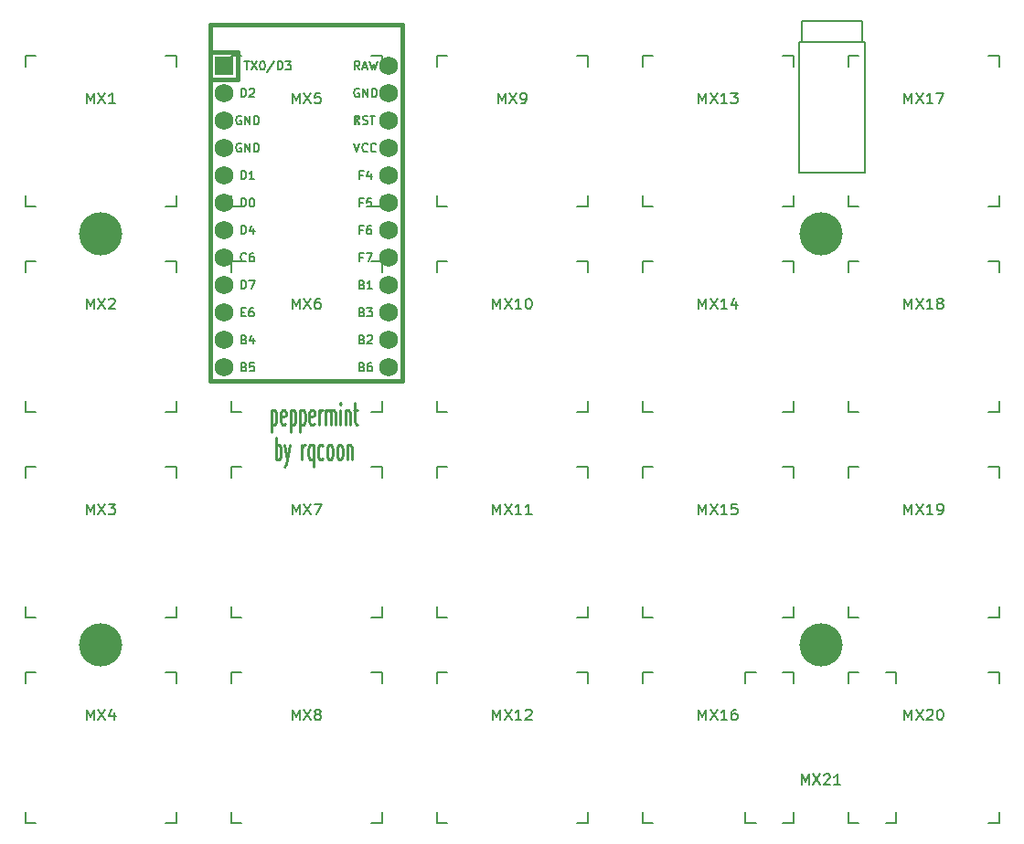
<source format=gbr>
%TF.GenerationSoftware,KiCad,Pcbnew,5.99.0-1.20211029git63d4d84.fc34*%
%TF.CreationDate,2021-10-30T18:32:49+11:00*%
%TF.ProjectId,peppermint,70657070-6572-46d6-996e-742e6b696361,rev?*%
%TF.SameCoordinates,Original*%
%TF.FileFunction,Legend,Top*%
%TF.FilePolarity,Positive*%
%FSLAX46Y46*%
G04 Gerber Fmt 4.6, Leading zero omitted, Abs format (unit mm)*
G04 Created by KiCad (PCBNEW 5.99.0-1.20211029git63d4d84.fc34) date 2021-10-30 18:32:49*
%MOMM*%
%LPD*%
G01*
G04 APERTURE LIST*
%ADD10C,0.250000*%
%ADD11C,0.150000*%
%ADD12C,0.381000*%
%ADD13C,4.000000*%
%ADD14R,1.752600X1.752600*%
%ADD15C,1.752600*%
G04 APERTURE END LIST*
D10*
X57071428Y-90961428D02*
X57071428Y-92961428D01*
X57071428Y-91056666D02*
X57166666Y-90961428D01*
X57357142Y-90961428D01*
X57452380Y-91056666D01*
X57500000Y-91151904D01*
X57547619Y-91342380D01*
X57547619Y-91913809D01*
X57500000Y-92104285D01*
X57452380Y-92199523D01*
X57357142Y-92294761D01*
X57166666Y-92294761D01*
X57071428Y-92199523D01*
X58357142Y-92199523D02*
X58261904Y-92294761D01*
X58071428Y-92294761D01*
X57976190Y-92199523D01*
X57928571Y-92009047D01*
X57928571Y-91247142D01*
X57976190Y-91056666D01*
X58071428Y-90961428D01*
X58261904Y-90961428D01*
X58357142Y-91056666D01*
X58404761Y-91247142D01*
X58404761Y-91437619D01*
X57928571Y-91628095D01*
X58833333Y-90961428D02*
X58833333Y-92961428D01*
X58833333Y-91056666D02*
X58928571Y-90961428D01*
X59119047Y-90961428D01*
X59214285Y-91056666D01*
X59261904Y-91151904D01*
X59309523Y-91342380D01*
X59309523Y-91913809D01*
X59261904Y-92104285D01*
X59214285Y-92199523D01*
X59119047Y-92294761D01*
X58928571Y-92294761D01*
X58833333Y-92199523D01*
X59738095Y-90961428D02*
X59738095Y-92961428D01*
X59738095Y-91056666D02*
X59833333Y-90961428D01*
X60023809Y-90961428D01*
X60119047Y-91056666D01*
X60166666Y-91151904D01*
X60214285Y-91342380D01*
X60214285Y-91913809D01*
X60166666Y-92104285D01*
X60119047Y-92199523D01*
X60023809Y-92294761D01*
X59833333Y-92294761D01*
X59738095Y-92199523D01*
X61023809Y-92199523D02*
X60928571Y-92294761D01*
X60738095Y-92294761D01*
X60642857Y-92199523D01*
X60595238Y-92009047D01*
X60595238Y-91247142D01*
X60642857Y-91056666D01*
X60738095Y-90961428D01*
X60928571Y-90961428D01*
X61023809Y-91056666D01*
X61071428Y-91247142D01*
X61071428Y-91437619D01*
X60595238Y-91628095D01*
X61500000Y-92294761D02*
X61500000Y-90961428D01*
X61500000Y-91342380D02*
X61547619Y-91151904D01*
X61595238Y-91056666D01*
X61690476Y-90961428D01*
X61785714Y-90961428D01*
X62119047Y-92294761D02*
X62119047Y-90961428D01*
X62119047Y-91151904D02*
X62166666Y-91056666D01*
X62261904Y-90961428D01*
X62404761Y-90961428D01*
X62500000Y-91056666D01*
X62547619Y-91247142D01*
X62547619Y-92294761D01*
X62547619Y-91247142D02*
X62595238Y-91056666D01*
X62690476Y-90961428D01*
X62833333Y-90961428D01*
X62928571Y-91056666D01*
X62976190Y-91247142D01*
X62976190Y-92294761D01*
X63452380Y-92294761D02*
X63452380Y-90961428D01*
X63452380Y-90294761D02*
X63404761Y-90390000D01*
X63452380Y-90485238D01*
X63500000Y-90390000D01*
X63452380Y-90294761D01*
X63452380Y-90485238D01*
X63928571Y-90961428D02*
X63928571Y-92294761D01*
X63928571Y-91151904D02*
X63976190Y-91056666D01*
X64071428Y-90961428D01*
X64214285Y-90961428D01*
X64309523Y-91056666D01*
X64357142Y-91247142D01*
X64357142Y-92294761D01*
X64690476Y-90961428D02*
X65071428Y-90961428D01*
X64833333Y-90294761D02*
X64833333Y-92009047D01*
X64880952Y-92199523D01*
X64976190Y-92294761D01*
X65071428Y-92294761D01*
X57476190Y-95514761D02*
X57476190Y-93514761D01*
X57476190Y-94276666D02*
X57571428Y-94181428D01*
X57761904Y-94181428D01*
X57857142Y-94276666D01*
X57904761Y-94371904D01*
X57952380Y-94562380D01*
X57952380Y-95133809D01*
X57904761Y-95324285D01*
X57857142Y-95419523D01*
X57761904Y-95514761D01*
X57571428Y-95514761D01*
X57476190Y-95419523D01*
X58285714Y-94181428D02*
X58523809Y-95514761D01*
X58761904Y-94181428D02*
X58523809Y-95514761D01*
X58428571Y-95990952D01*
X58380952Y-96086190D01*
X58285714Y-96181428D01*
X59904761Y-95514761D02*
X59904761Y-94181428D01*
X59904761Y-94562380D02*
X59952380Y-94371904D01*
X60000000Y-94276666D01*
X60095238Y-94181428D01*
X60190476Y-94181428D01*
X60952380Y-94181428D02*
X60952380Y-96181428D01*
X60952380Y-95419523D02*
X60857142Y-95514761D01*
X60666666Y-95514761D01*
X60571428Y-95419523D01*
X60523809Y-95324285D01*
X60476190Y-95133809D01*
X60476190Y-94562380D01*
X60523809Y-94371904D01*
X60571428Y-94276666D01*
X60666666Y-94181428D01*
X60857142Y-94181428D01*
X60952380Y-94276666D01*
X61857142Y-95419523D02*
X61761904Y-95514761D01*
X61571428Y-95514761D01*
X61476190Y-95419523D01*
X61428571Y-95324285D01*
X61380952Y-95133809D01*
X61380952Y-94562380D01*
X61428571Y-94371904D01*
X61476190Y-94276666D01*
X61571428Y-94181428D01*
X61761904Y-94181428D01*
X61857142Y-94276666D01*
X62428571Y-95514761D02*
X62333333Y-95419523D01*
X62285714Y-95324285D01*
X62238095Y-95133809D01*
X62238095Y-94562380D01*
X62285714Y-94371904D01*
X62333333Y-94276666D01*
X62428571Y-94181428D01*
X62571428Y-94181428D01*
X62666666Y-94276666D01*
X62714285Y-94371904D01*
X62761904Y-94562380D01*
X62761904Y-95133809D01*
X62714285Y-95324285D01*
X62666666Y-95419523D01*
X62571428Y-95514761D01*
X62428571Y-95514761D01*
X63333333Y-95514761D02*
X63238095Y-95419523D01*
X63190476Y-95324285D01*
X63142857Y-95133809D01*
X63142857Y-94562380D01*
X63190476Y-94371904D01*
X63238095Y-94276666D01*
X63333333Y-94181428D01*
X63476190Y-94181428D01*
X63571428Y-94276666D01*
X63619047Y-94371904D01*
X63666666Y-94562380D01*
X63666666Y-95133809D01*
X63619047Y-95324285D01*
X63571428Y-95419523D01*
X63476190Y-95514761D01*
X63333333Y-95514761D01*
X64095238Y-94181428D02*
X64095238Y-95514761D01*
X64095238Y-94371904D02*
X64142857Y-94276666D01*
X64238095Y-94181428D01*
X64380952Y-94181428D01*
X64476190Y-94276666D01*
X64523809Y-94467142D01*
X64523809Y-95514761D01*
D11*
%TO.C,MX20*%
X115713095Y-119689880D02*
X115713095Y-118689880D01*
X116046428Y-119404166D01*
X116379761Y-118689880D01*
X116379761Y-119689880D01*
X116760714Y-118689880D02*
X117427380Y-119689880D01*
X117427380Y-118689880D02*
X116760714Y-119689880D01*
X117760714Y-118785119D02*
X117808333Y-118737500D01*
X117903571Y-118689880D01*
X118141666Y-118689880D01*
X118236904Y-118737500D01*
X118284523Y-118785119D01*
X118332142Y-118880357D01*
X118332142Y-118975595D01*
X118284523Y-119118452D01*
X117713095Y-119689880D01*
X118332142Y-119689880D01*
X118951190Y-118689880D02*
X119046428Y-118689880D01*
X119141666Y-118737500D01*
X119189285Y-118785119D01*
X119236904Y-118880357D01*
X119284523Y-119070833D01*
X119284523Y-119308928D01*
X119236904Y-119499404D01*
X119189285Y-119594642D01*
X119141666Y-119642261D01*
X119046428Y-119689880D01*
X118951190Y-119689880D01*
X118855952Y-119642261D01*
X118808333Y-119594642D01*
X118760714Y-119499404D01*
X118713095Y-119308928D01*
X118713095Y-119070833D01*
X118760714Y-118880357D01*
X118808333Y-118785119D01*
X118855952Y-118737500D01*
X118951190Y-118689880D01*
%TO.C,MX16*%
X96663095Y-119689880D02*
X96663095Y-118689880D01*
X96996428Y-119404166D01*
X97329761Y-118689880D01*
X97329761Y-119689880D01*
X97710714Y-118689880D02*
X98377380Y-119689880D01*
X98377380Y-118689880D02*
X97710714Y-119689880D01*
X99282142Y-119689880D02*
X98710714Y-119689880D01*
X98996428Y-119689880D02*
X98996428Y-118689880D01*
X98901190Y-118832738D01*
X98805952Y-118927976D01*
X98710714Y-118975595D01*
X100139285Y-118689880D02*
X99948809Y-118689880D01*
X99853571Y-118737500D01*
X99805952Y-118785119D01*
X99710714Y-118927976D01*
X99663095Y-119118452D01*
X99663095Y-119499404D01*
X99710714Y-119594642D01*
X99758333Y-119642261D01*
X99853571Y-119689880D01*
X100044047Y-119689880D01*
X100139285Y-119642261D01*
X100186904Y-119594642D01*
X100234523Y-119499404D01*
X100234523Y-119261309D01*
X100186904Y-119166071D01*
X100139285Y-119118452D01*
X100044047Y-119070833D01*
X99853571Y-119070833D01*
X99758333Y-119118452D01*
X99710714Y-119166071D01*
X99663095Y-119261309D01*
%TO.C,MX15*%
X96663095Y-100639880D02*
X96663095Y-99639880D01*
X96996428Y-100354166D01*
X97329761Y-99639880D01*
X97329761Y-100639880D01*
X97710714Y-99639880D02*
X98377380Y-100639880D01*
X98377380Y-99639880D02*
X97710714Y-100639880D01*
X99282142Y-100639880D02*
X98710714Y-100639880D01*
X98996428Y-100639880D02*
X98996428Y-99639880D01*
X98901190Y-99782738D01*
X98805952Y-99877976D01*
X98710714Y-99925595D01*
X100186904Y-99639880D02*
X99710714Y-99639880D01*
X99663095Y-100116071D01*
X99710714Y-100068452D01*
X99805952Y-100020833D01*
X100044047Y-100020833D01*
X100139285Y-100068452D01*
X100186904Y-100116071D01*
X100234523Y-100211309D01*
X100234523Y-100449404D01*
X100186904Y-100544642D01*
X100139285Y-100592261D01*
X100044047Y-100639880D01*
X99805952Y-100639880D01*
X99710714Y-100592261D01*
X99663095Y-100544642D01*
%TO.C,MX19*%
X115713095Y-100639880D02*
X115713095Y-99639880D01*
X116046428Y-100354166D01*
X116379761Y-99639880D01*
X116379761Y-100639880D01*
X116760714Y-99639880D02*
X117427380Y-100639880D01*
X117427380Y-99639880D02*
X116760714Y-100639880D01*
X118332142Y-100639880D02*
X117760714Y-100639880D01*
X118046428Y-100639880D02*
X118046428Y-99639880D01*
X117951190Y-99782738D01*
X117855952Y-99877976D01*
X117760714Y-99925595D01*
X118808333Y-100639880D02*
X118998809Y-100639880D01*
X119094047Y-100592261D01*
X119141666Y-100544642D01*
X119236904Y-100401785D01*
X119284523Y-100211309D01*
X119284523Y-99830357D01*
X119236904Y-99735119D01*
X119189285Y-99687500D01*
X119094047Y-99639880D01*
X118903571Y-99639880D01*
X118808333Y-99687500D01*
X118760714Y-99735119D01*
X118713095Y-99830357D01*
X118713095Y-100068452D01*
X118760714Y-100163690D01*
X118808333Y-100211309D01*
X118903571Y-100258928D01*
X119094047Y-100258928D01*
X119189285Y-100211309D01*
X119236904Y-100163690D01*
X119284523Y-100068452D01*
%TO.C,MX2*%
X39989285Y-81589880D02*
X39989285Y-80589880D01*
X40322619Y-81304166D01*
X40655952Y-80589880D01*
X40655952Y-81589880D01*
X41036904Y-80589880D02*
X41703571Y-81589880D01*
X41703571Y-80589880D02*
X41036904Y-81589880D01*
X42036904Y-80685119D02*
X42084523Y-80637500D01*
X42179761Y-80589880D01*
X42417857Y-80589880D01*
X42513095Y-80637500D01*
X42560714Y-80685119D01*
X42608333Y-80780357D01*
X42608333Y-80875595D01*
X42560714Y-81018452D01*
X41989285Y-81589880D01*
X42608333Y-81589880D01*
%TO.C,MX11*%
X77613095Y-100639880D02*
X77613095Y-99639880D01*
X77946428Y-100354166D01*
X78279761Y-99639880D01*
X78279761Y-100639880D01*
X78660714Y-99639880D02*
X79327380Y-100639880D01*
X79327380Y-99639880D02*
X78660714Y-100639880D01*
X80232142Y-100639880D02*
X79660714Y-100639880D01*
X79946428Y-100639880D02*
X79946428Y-99639880D01*
X79851190Y-99782738D01*
X79755952Y-99877976D01*
X79660714Y-99925595D01*
X81184523Y-100639880D02*
X80613095Y-100639880D01*
X80898809Y-100639880D02*
X80898809Y-99639880D01*
X80803571Y-99782738D01*
X80708333Y-99877976D01*
X80613095Y-99925595D01*
%TO.C,MX3*%
X39989285Y-100639880D02*
X39989285Y-99639880D01*
X40322619Y-100354166D01*
X40655952Y-99639880D01*
X40655952Y-100639880D01*
X41036904Y-99639880D02*
X41703571Y-100639880D01*
X41703571Y-99639880D02*
X41036904Y-100639880D01*
X41989285Y-99639880D02*
X42608333Y-99639880D01*
X42275000Y-100020833D01*
X42417857Y-100020833D01*
X42513095Y-100068452D01*
X42560714Y-100116071D01*
X42608333Y-100211309D01*
X42608333Y-100449404D01*
X42560714Y-100544642D01*
X42513095Y-100592261D01*
X42417857Y-100639880D01*
X42132142Y-100639880D01*
X42036904Y-100592261D01*
X41989285Y-100544642D01*
%TO.C,MX4*%
X39989285Y-119689880D02*
X39989285Y-118689880D01*
X40322619Y-119404166D01*
X40655952Y-118689880D01*
X40655952Y-119689880D01*
X41036904Y-118689880D02*
X41703571Y-119689880D01*
X41703571Y-118689880D02*
X41036904Y-119689880D01*
X42513095Y-119023214D02*
X42513095Y-119689880D01*
X42275000Y-118642261D02*
X42036904Y-119356547D01*
X42655952Y-119356547D01*
%TO.C,MX14*%
X96663095Y-81589880D02*
X96663095Y-80589880D01*
X96996428Y-81304166D01*
X97329761Y-80589880D01*
X97329761Y-81589880D01*
X97710714Y-80589880D02*
X98377380Y-81589880D01*
X98377380Y-80589880D02*
X97710714Y-81589880D01*
X99282142Y-81589880D02*
X98710714Y-81589880D01*
X98996428Y-81589880D02*
X98996428Y-80589880D01*
X98901190Y-80732738D01*
X98805952Y-80827976D01*
X98710714Y-80875595D01*
X100139285Y-80923214D02*
X100139285Y-81589880D01*
X99901190Y-80542261D02*
X99663095Y-81256547D01*
X100282142Y-81256547D01*
%TO.C,MX17*%
X115713095Y-62539880D02*
X115713095Y-61539880D01*
X116046428Y-62254166D01*
X116379761Y-61539880D01*
X116379761Y-62539880D01*
X116760714Y-61539880D02*
X117427380Y-62539880D01*
X117427380Y-61539880D02*
X116760714Y-62539880D01*
X118332142Y-62539880D02*
X117760714Y-62539880D01*
X118046428Y-62539880D02*
X118046428Y-61539880D01*
X117951190Y-61682738D01*
X117855952Y-61777976D01*
X117760714Y-61825595D01*
X118665476Y-61539880D02*
X119332142Y-61539880D01*
X118903571Y-62539880D01*
%TO.C,MX9*%
X78089285Y-62539880D02*
X78089285Y-61539880D01*
X78422619Y-62254166D01*
X78755952Y-61539880D01*
X78755952Y-62539880D01*
X79136904Y-61539880D02*
X79803571Y-62539880D01*
X79803571Y-61539880D02*
X79136904Y-62539880D01*
X80232142Y-62539880D02*
X80422619Y-62539880D01*
X80517857Y-62492261D01*
X80565476Y-62444642D01*
X80660714Y-62301785D01*
X80708333Y-62111309D01*
X80708333Y-61730357D01*
X80660714Y-61635119D01*
X80613095Y-61587500D01*
X80517857Y-61539880D01*
X80327380Y-61539880D01*
X80232142Y-61587500D01*
X80184523Y-61635119D01*
X80136904Y-61730357D01*
X80136904Y-61968452D01*
X80184523Y-62063690D01*
X80232142Y-62111309D01*
X80327380Y-62158928D01*
X80517857Y-62158928D01*
X80613095Y-62111309D01*
X80660714Y-62063690D01*
X80708333Y-61968452D01*
%TO.C,MX12*%
X77613095Y-119689880D02*
X77613095Y-118689880D01*
X77946428Y-119404166D01*
X78279761Y-118689880D01*
X78279761Y-119689880D01*
X78660714Y-118689880D02*
X79327380Y-119689880D01*
X79327380Y-118689880D02*
X78660714Y-119689880D01*
X80232142Y-119689880D02*
X79660714Y-119689880D01*
X79946428Y-119689880D02*
X79946428Y-118689880D01*
X79851190Y-118832738D01*
X79755952Y-118927976D01*
X79660714Y-118975595D01*
X80613095Y-118785119D02*
X80660714Y-118737500D01*
X80755952Y-118689880D01*
X80994047Y-118689880D01*
X81089285Y-118737500D01*
X81136904Y-118785119D01*
X81184523Y-118880357D01*
X81184523Y-118975595D01*
X81136904Y-119118452D01*
X80565476Y-119689880D01*
X81184523Y-119689880D01*
%TO.C,MX8*%
X59039285Y-119689880D02*
X59039285Y-118689880D01*
X59372619Y-119404166D01*
X59705952Y-118689880D01*
X59705952Y-119689880D01*
X60086904Y-118689880D02*
X60753571Y-119689880D01*
X60753571Y-118689880D02*
X60086904Y-119689880D01*
X61277380Y-119118452D02*
X61182142Y-119070833D01*
X61134523Y-119023214D01*
X61086904Y-118927976D01*
X61086904Y-118880357D01*
X61134523Y-118785119D01*
X61182142Y-118737500D01*
X61277380Y-118689880D01*
X61467857Y-118689880D01*
X61563095Y-118737500D01*
X61610714Y-118785119D01*
X61658333Y-118880357D01*
X61658333Y-118927976D01*
X61610714Y-119023214D01*
X61563095Y-119070833D01*
X61467857Y-119118452D01*
X61277380Y-119118452D01*
X61182142Y-119166071D01*
X61134523Y-119213690D01*
X61086904Y-119308928D01*
X61086904Y-119499404D01*
X61134523Y-119594642D01*
X61182142Y-119642261D01*
X61277380Y-119689880D01*
X61467857Y-119689880D01*
X61563095Y-119642261D01*
X61610714Y-119594642D01*
X61658333Y-119499404D01*
X61658333Y-119308928D01*
X61610714Y-119213690D01*
X61563095Y-119166071D01*
X61467857Y-119118452D01*
%TO.C,MX6*%
X59039285Y-81589880D02*
X59039285Y-80589880D01*
X59372619Y-81304166D01*
X59705952Y-80589880D01*
X59705952Y-81589880D01*
X60086904Y-80589880D02*
X60753571Y-81589880D01*
X60753571Y-80589880D02*
X60086904Y-81589880D01*
X61563095Y-80589880D02*
X61372619Y-80589880D01*
X61277380Y-80637500D01*
X61229761Y-80685119D01*
X61134523Y-80827976D01*
X61086904Y-81018452D01*
X61086904Y-81399404D01*
X61134523Y-81494642D01*
X61182142Y-81542261D01*
X61277380Y-81589880D01*
X61467857Y-81589880D01*
X61563095Y-81542261D01*
X61610714Y-81494642D01*
X61658333Y-81399404D01*
X61658333Y-81161309D01*
X61610714Y-81066071D01*
X61563095Y-81018452D01*
X61467857Y-80970833D01*
X61277380Y-80970833D01*
X61182142Y-81018452D01*
X61134523Y-81066071D01*
X61086904Y-81161309D01*
%TO.C,MX10*%
X77613095Y-81589880D02*
X77613095Y-80589880D01*
X77946428Y-81304166D01*
X78279761Y-80589880D01*
X78279761Y-81589880D01*
X78660714Y-80589880D02*
X79327380Y-81589880D01*
X79327380Y-80589880D02*
X78660714Y-81589880D01*
X80232142Y-81589880D02*
X79660714Y-81589880D01*
X79946428Y-81589880D02*
X79946428Y-80589880D01*
X79851190Y-80732738D01*
X79755952Y-80827976D01*
X79660714Y-80875595D01*
X80851190Y-80589880D02*
X80946428Y-80589880D01*
X81041666Y-80637500D01*
X81089285Y-80685119D01*
X81136904Y-80780357D01*
X81184523Y-80970833D01*
X81184523Y-81208928D01*
X81136904Y-81399404D01*
X81089285Y-81494642D01*
X81041666Y-81542261D01*
X80946428Y-81589880D01*
X80851190Y-81589880D01*
X80755952Y-81542261D01*
X80708333Y-81494642D01*
X80660714Y-81399404D01*
X80613095Y-81208928D01*
X80613095Y-80970833D01*
X80660714Y-80780357D01*
X80708333Y-80685119D01*
X80755952Y-80637500D01*
X80851190Y-80589880D01*
%TO.C,MX5*%
X59039285Y-62539880D02*
X59039285Y-61539880D01*
X59372619Y-62254166D01*
X59705952Y-61539880D01*
X59705952Y-62539880D01*
X60086904Y-61539880D02*
X60753571Y-62539880D01*
X60753571Y-61539880D02*
X60086904Y-62539880D01*
X61610714Y-61539880D02*
X61134523Y-61539880D01*
X61086904Y-62016071D01*
X61134523Y-61968452D01*
X61229761Y-61920833D01*
X61467857Y-61920833D01*
X61563095Y-61968452D01*
X61610714Y-62016071D01*
X61658333Y-62111309D01*
X61658333Y-62349404D01*
X61610714Y-62444642D01*
X61563095Y-62492261D01*
X61467857Y-62539880D01*
X61229761Y-62539880D01*
X61134523Y-62492261D01*
X61086904Y-62444642D01*
%TO.C,MX18*%
X115713095Y-81589880D02*
X115713095Y-80589880D01*
X116046428Y-81304166D01*
X116379761Y-80589880D01*
X116379761Y-81589880D01*
X116760714Y-80589880D02*
X117427380Y-81589880D01*
X117427380Y-80589880D02*
X116760714Y-81589880D01*
X118332142Y-81589880D02*
X117760714Y-81589880D01*
X118046428Y-81589880D02*
X118046428Y-80589880D01*
X117951190Y-80732738D01*
X117855952Y-80827976D01*
X117760714Y-80875595D01*
X118903571Y-81018452D02*
X118808333Y-80970833D01*
X118760714Y-80923214D01*
X118713095Y-80827976D01*
X118713095Y-80780357D01*
X118760714Y-80685119D01*
X118808333Y-80637500D01*
X118903571Y-80589880D01*
X119094047Y-80589880D01*
X119189285Y-80637500D01*
X119236904Y-80685119D01*
X119284523Y-80780357D01*
X119284523Y-80827976D01*
X119236904Y-80923214D01*
X119189285Y-80970833D01*
X119094047Y-81018452D01*
X118903571Y-81018452D01*
X118808333Y-81066071D01*
X118760714Y-81113690D01*
X118713095Y-81208928D01*
X118713095Y-81399404D01*
X118760714Y-81494642D01*
X118808333Y-81542261D01*
X118903571Y-81589880D01*
X119094047Y-81589880D01*
X119189285Y-81542261D01*
X119236904Y-81494642D01*
X119284523Y-81399404D01*
X119284523Y-81208928D01*
X119236904Y-81113690D01*
X119189285Y-81066071D01*
X119094047Y-81018452D01*
%TO.C,MX7*%
X59039285Y-100639880D02*
X59039285Y-99639880D01*
X59372619Y-100354166D01*
X59705952Y-99639880D01*
X59705952Y-100639880D01*
X60086904Y-99639880D02*
X60753571Y-100639880D01*
X60753571Y-99639880D02*
X60086904Y-100639880D01*
X61039285Y-99639880D02*
X61705952Y-99639880D01*
X61277380Y-100639880D01*
%TO.C,MX1*%
X39989285Y-62539880D02*
X39989285Y-61539880D01*
X40322619Y-62254166D01*
X40655952Y-61539880D01*
X40655952Y-62539880D01*
X41036904Y-61539880D02*
X41703571Y-62539880D01*
X41703571Y-61539880D02*
X41036904Y-62539880D01*
X42608333Y-62539880D02*
X42036904Y-62539880D01*
X42322619Y-62539880D02*
X42322619Y-61539880D01*
X42227380Y-61682738D01*
X42132142Y-61777976D01*
X42036904Y-61825595D01*
%TO.C,MX21*%
X106188095Y-125689880D02*
X106188095Y-124689880D01*
X106521428Y-125404166D01*
X106854761Y-124689880D01*
X106854761Y-125689880D01*
X107235714Y-124689880D02*
X107902380Y-125689880D01*
X107902380Y-124689880D02*
X107235714Y-125689880D01*
X108235714Y-124785119D02*
X108283333Y-124737500D01*
X108378571Y-124689880D01*
X108616666Y-124689880D01*
X108711904Y-124737500D01*
X108759523Y-124785119D01*
X108807142Y-124880357D01*
X108807142Y-124975595D01*
X108759523Y-125118452D01*
X108188095Y-125689880D01*
X108807142Y-125689880D01*
X109759523Y-125689880D02*
X109188095Y-125689880D01*
X109473809Y-125689880D02*
X109473809Y-124689880D01*
X109378571Y-124832738D01*
X109283333Y-124927976D01*
X109188095Y-124975595D01*
%TO.C,U1*%
X65519333Y-71697857D02*
X65252666Y-71697857D01*
X65252666Y-72116904D02*
X65252666Y-71316904D01*
X65633619Y-71316904D01*
X66319333Y-71316904D02*
X65938380Y-71316904D01*
X65900285Y-71697857D01*
X65938380Y-71659761D01*
X66014571Y-71621666D01*
X66205047Y-71621666D01*
X66281238Y-71659761D01*
X66319333Y-71697857D01*
X66357428Y-71774047D01*
X66357428Y-71964523D01*
X66319333Y-72040714D01*
X66281238Y-72078809D01*
X66205047Y-72116904D01*
X66014571Y-72116904D01*
X65938380Y-72078809D01*
X65900285Y-72040714D01*
X54311619Y-81857857D02*
X54578285Y-81857857D01*
X54692571Y-82276904D02*
X54311619Y-82276904D01*
X54311619Y-81476904D01*
X54692571Y-81476904D01*
X55378285Y-81476904D02*
X55225904Y-81476904D01*
X55149714Y-81515000D01*
X55111619Y-81553095D01*
X55035428Y-81667380D01*
X54997333Y-81819761D01*
X54997333Y-82124523D01*
X55035428Y-82200714D01*
X55073523Y-82238809D01*
X55149714Y-82276904D01*
X55302095Y-82276904D01*
X55378285Y-82238809D01*
X55416380Y-82200714D01*
X55454476Y-82124523D01*
X55454476Y-81934047D01*
X55416380Y-81857857D01*
X55378285Y-81819761D01*
X55302095Y-81781666D01*
X55149714Y-81781666D01*
X55073523Y-81819761D01*
X55035428Y-81857857D01*
X54997333Y-81934047D01*
X65519333Y-76777857D02*
X65252666Y-76777857D01*
X65252666Y-77196904D02*
X65252666Y-76396904D01*
X65633619Y-76396904D01*
X65862190Y-76396904D02*
X66395523Y-76396904D01*
X66052666Y-77196904D01*
X54254476Y-66275000D02*
X54178285Y-66236904D01*
X54064000Y-66236904D01*
X53949714Y-66275000D01*
X53873523Y-66351190D01*
X53835428Y-66427380D01*
X53797333Y-66579761D01*
X53797333Y-66694047D01*
X53835428Y-66846428D01*
X53873523Y-66922619D01*
X53949714Y-66998809D01*
X54064000Y-67036904D01*
X54140190Y-67036904D01*
X54254476Y-66998809D01*
X54292571Y-66960714D01*
X54292571Y-66694047D01*
X54140190Y-66694047D01*
X54635428Y-67036904D02*
X54635428Y-66236904D01*
X55092571Y-67036904D01*
X55092571Y-66236904D01*
X55473523Y-67036904D02*
X55473523Y-66236904D01*
X55664000Y-66236904D01*
X55778285Y-66275000D01*
X55854476Y-66351190D01*
X55892571Y-66427380D01*
X55930666Y-66579761D01*
X55930666Y-66694047D01*
X55892571Y-66846428D01*
X55854476Y-66922619D01*
X55778285Y-66998809D01*
X55664000Y-67036904D01*
X55473523Y-67036904D01*
X65462190Y-79317857D02*
X65576476Y-79355952D01*
X65614571Y-79394047D01*
X65652666Y-79470238D01*
X65652666Y-79584523D01*
X65614571Y-79660714D01*
X65576476Y-79698809D01*
X65500285Y-79736904D01*
X65195523Y-79736904D01*
X65195523Y-78936904D01*
X65462190Y-78936904D01*
X65538380Y-78975000D01*
X65576476Y-79013095D01*
X65614571Y-79089285D01*
X65614571Y-79165476D01*
X65576476Y-79241666D01*
X65538380Y-79279761D01*
X65462190Y-79317857D01*
X65195523Y-79317857D01*
X66414571Y-79736904D02*
X65957428Y-79736904D01*
X66186000Y-79736904D02*
X66186000Y-78936904D01*
X66109809Y-79051190D01*
X66033619Y-79127380D01*
X65957428Y-79165476D01*
X54540190Y-86937857D02*
X54654476Y-86975952D01*
X54692571Y-87014047D01*
X54730666Y-87090238D01*
X54730666Y-87204523D01*
X54692571Y-87280714D01*
X54654476Y-87318809D01*
X54578285Y-87356904D01*
X54273523Y-87356904D01*
X54273523Y-86556904D01*
X54540190Y-86556904D01*
X54616380Y-86595000D01*
X54654476Y-86633095D01*
X54692571Y-86709285D01*
X54692571Y-86785476D01*
X54654476Y-86861666D01*
X54616380Y-86899761D01*
X54540190Y-86937857D01*
X54273523Y-86937857D01*
X55454476Y-86556904D02*
X55073523Y-86556904D01*
X55035428Y-86937857D01*
X55073523Y-86899761D01*
X55149714Y-86861666D01*
X55340190Y-86861666D01*
X55416380Y-86899761D01*
X55454476Y-86937857D01*
X55492571Y-87014047D01*
X55492571Y-87204523D01*
X55454476Y-87280714D01*
X55416380Y-87318809D01*
X55340190Y-87356904D01*
X55149714Y-87356904D01*
X55073523Y-87318809D01*
X55035428Y-87280714D01*
X54273523Y-74656904D02*
X54273523Y-73856904D01*
X54464000Y-73856904D01*
X54578285Y-73895000D01*
X54654476Y-73971190D01*
X54692571Y-74047380D01*
X54730666Y-74199761D01*
X54730666Y-74314047D01*
X54692571Y-74466428D01*
X54654476Y-74542619D01*
X54578285Y-74618809D01*
X54464000Y-74656904D01*
X54273523Y-74656904D01*
X55416380Y-74123571D02*
X55416380Y-74656904D01*
X55225904Y-73818809D02*
X55035428Y-74390238D01*
X55530666Y-74390238D01*
X65519333Y-69157857D02*
X65252666Y-69157857D01*
X65252666Y-69576904D02*
X65252666Y-68776904D01*
X65633619Y-68776904D01*
X66281238Y-69043571D02*
X66281238Y-69576904D01*
X66090761Y-68738809D02*
X65900285Y-69310238D01*
X66395523Y-69310238D01*
X65462190Y-84397857D02*
X65576476Y-84435952D01*
X65614571Y-84474047D01*
X65652666Y-84550238D01*
X65652666Y-84664523D01*
X65614571Y-84740714D01*
X65576476Y-84778809D01*
X65500285Y-84816904D01*
X65195523Y-84816904D01*
X65195523Y-84016904D01*
X65462190Y-84016904D01*
X65538380Y-84055000D01*
X65576476Y-84093095D01*
X65614571Y-84169285D01*
X65614571Y-84245476D01*
X65576476Y-84321666D01*
X65538380Y-84359761D01*
X65462190Y-84397857D01*
X65195523Y-84397857D01*
X65957428Y-84093095D02*
X65995523Y-84055000D01*
X66071714Y-84016904D01*
X66262190Y-84016904D01*
X66338380Y-84055000D01*
X66376476Y-84093095D01*
X66414571Y-84169285D01*
X66414571Y-84245476D01*
X66376476Y-84359761D01*
X65919333Y-84816904D01*
X66414571Y-84816904D01*
X54254476Y-63735000D02*
X54178285Y-63696904D01*
X54064000Y-63696904D01*
X53949714Y-63735000D01*
X53873523Y-63811190D01*
X53835428Y-63887380D01*
X53797333Y-64039761D01*
X53797333Y-64154047D01*
X53835428Y-64306428D01*
X53873523Y-64382619D01*
X53949714Y-64458809D01*
X54064000Y-64496904D01*
X54140190Y-64496904D01*
X54254476Y-64458809D01*
X54292571Y-64420714D01*
X54292571Y-64154047D01*
X54140190Y-64154047D01*
X54635428Y-64496904D02*
X54635428Y-63696904D01*
X55092571Y-64496904D01*
X55092571Y-63696904D01*
X55473523Y-64496904D02*
X55473523Y-63696904D01*
X55664000Y-63696904D01*
X55778285Y-63735000D01*
X55854476Y-63811190D01*
X55892571Y-63887380D01*
X55930666Y-64039761D01*
X55930666Y-64154047D01*
X55892571Y-64306428D01*
X55854476Y-64382619D01*
X55778285Y-64458809D01*
X55664000Y-64496904D01*
X55473523Y-64496904D01*
X54273523Y-79736904D02*
X54273523Y-78936904D01*
X54464000Y-78936904D01*
X54578285Y-78975000D01*
X54654476Y-79051190D01*
X54692571Y-79127380D01*
X54730666Y-79279761D01*
X54730666Y-79394047D01*
X54692571Y-79546428D01*
X54654476Y-79622619D01*
X54578285Y-79698809D01*
X54464000Y-79736904D01*
X54273523Y-79736904D01*
X54997333Y-78936904D02*
X55530666Y-78936904D01*
X55187809Y-79736904D01*
X65176476Y-61195000D02*
X65100285Y-61156904D01*
X64986000Y-61156904D01*
X64871714Y-61195000D01*
X64795523Y-61271190D01*
X64757428Y-61347380D01*
X64719333Y-61499761D01*
X64719333Y-61614047D01*
X64757428Y-61766428D01*
X64795523Y-61842619D01*
X64871714Y-61918809D01*
X64986000Y-61956904D01*
X65062190Y-61956904D01*
X65176476Y-61918809D01*
X65214571Y-61880714D01*
X65214571Y-61614047D01*
X65062190Y-61614047D01*
X65557428Y-61956904D02*
X65557428Y-61156904D01*
X66014571Y-61956904D01*
X66014571Y-61156904D01*
X66395523Y-61956904D02*
X66395523Y-61156904D01*
X66586000Y-61156904D01*
X66700285Y-61195000D01*
X66776476Y-61271190D01*
X66814571Y-61347380D01*
X66852666Y-61499761D01*
X66852666Y-61614047D01*
X66814571Y-61766428D01*
X66776476Y-61842619D01*
X66700285Y-61918809D01*
X66586000Y-61956904D01*
X66395523Y-61956904D01*
X65524786Y-64428809D02*
X65639072Y-64466904D01*
X65829548Y-64466904D01*
X65905739Y-64428809D01*
X65943834Y-64390714D01*
X65981929Y-64314523D01*
X65981929Y-64238333D01*
X65943834Y-64162142D01*
X65905739Y-64124047D01*
X65829548Y-64085952D01*
X65677167Y-64047857D01*
X65600977Y-64009761D01*
X65562881Y-63971666D01*
X65524786Y-63895476D01*
X65524786Y-63819285D01*
X65562881Y-63743095D01*
X65600977Y-63705000D01*
X65677167Y-63666904D01*
X65867643Y-63666904D01*
X65981929Y-63705000D01*
X66210500Y-63666904D02*
X66667643Y-63666904D01*
X66439072Y-64466904D02*
X66439072Y-63666904D01*
X64719333Y-66236904D02*
X64986000Y-67036904D01*
X65252666Y-66236904D01*
X65976476Y-66960714D02*
X65938380Y-66998809D01*
X65824095Y-67036904D01*
X65747904Y-67036904D01*
X65633619Y-66998809D01*
X65557428Y-66922619D01*
X65519333Y-66846428D01*
X65481238Y-66694047D01*
X65481238Y-66579761D01*
X65519333Y-66427380D01*
X65557428Y-66351190D01*
X65633619Y-66275000D01*
X65747904Y-66236904D01*
X65824095Y-66236904D01*
X65938380Y-66275000D01*
X65976476Y-66313095D01*
X66776476Y-66960714D02*
X66738380Y-66998809D01*
X66624095Y-67036904D01*
X66547904Y-67036904D01*
X66433619Y-66998809D01*
X66357428Y-66922619D01*
X66319333Y-66846428D01*
X66281238Y-66694047D01*
X66281238Y-66579761D01*
X66319333Y-66427380D01*
X66357428Y-66351190D01*
X66433619Y-66275000D01*
X66547904Y-66236904D01*
X66624095Y-66236904D01*
X66738380Y-66275000D01*
X66776476Y-66313095D01*
X54540190Y-84397857D02*
X54654476Y-84435952D01*
X54692571Y-84474047D01*
X54730666Y-84550238D01*
X54730666Y-84664523D01*
X54692571Y-84740714D01*
X54654476Y-84778809D01*
X54578285Y-84816904D01*
X54273523Y-84816904D01*
X54273523Y-84016904D01*
X54540190Y-84016904D01*
X54616380Y-84055000D01*
X54654476Y-84093095D01*
X54692571Y-84169285D01*
X54692571Y-84245476D01*
X54654476Y-84321666D01*
X54616380Y-84359761D01*
X54540190Y-84397857D01*
X54273523Y-84397857D01*
X55416380Y-84283571D02*
X55416380Y-84816904D01*
X55225904Y-83978809D02*
X55035428Y-84550238D01*
X55530666Y-84550238D01*
X65462190Y-86937857D02*
X65576476Y-86975952D01*
X65614571Y-87014047D01*
X65652666Y-87090238D01*
X65652666Y-87204523D01*
X65614571Y-87280714D01*
X65576476Y-87318809D01*
X65500285Y-87356904D01*
X65195523Y-87356904D01*
X65195523Y-86556904D01*
X65462190Y-86556904D01*
X65538380Y-86595000D01*
X65576476Y-86633095D01*
X65614571Y-86709285D01*
X65614571Y-86785476D01*
X65576476Y-86861666D01*
X65538380Y-86899761D01*
X65462190Y-86937857D01*
X65195523Y-86937857D01*
X66338380Y-86556904D02*
X66186000Y-86556904D01*
X66109809Y-86595000D01*
X66071714Y-86633095D01*
X65995523Y-86747380D01*
X65957428Y-86899761D01*
X65957428Y-87204523D01*
X65995523Y-87280714D01*
X66033619Y-87318809D01*
X66109809Y-87356904D01*
X66262190Y-87356904D01*
X66338380Y-87318809D01*
X66376476Y-87280714D01*
X66414571Y-87204523D01*
X66414571Y-87014047D01*
X66376476Y-86937857D01*
X66338380Y-86899761D01*
X66262190Y-86861666D01*
X66109809Y-86861666D01*
X66033619Y-86899761D01*
X65995523Y-86937857D01*
X65957428Y-87014047D01*
X65233619Y-59416904D02*
X64966952Y-59035952D01*
X64776476Y-59416904D02*
X64776476Y-58616904D01*
X65081238Y-58616904D01*
X65157428Y-58655000D01*
X65195523Y-58693095D01*
X65233619Y-58769285D01*
X65233619Y-58883571D01*
X65195523Y-58959761D01*
X65157428Y-58997857D01*
X65081238Y-59035952D01*
X64776476Y-59035952D01*
X65538380Y-59188333D02*
X65919333Y-59188333D01*
X65462190Y-59416904D02*
X65728857Y-58616904D01*
X65995523Y-59416904D01*
X66186000Y-58616904D02*
X66376476Y-59416904D01*
X66528857Y-58845476D01*
X66681238Y-59416904D01*
X66871714Y-58616904D01*
X65519333Y-74237857D02*
X65252666Y-74237857D01*
X65252666Y-74656904D02*
X65252666Y-73856904D01*
X65633619Y-73856904D01*
X66281238Y-73856904D02*
X66128857Y-73856904D01*
X66052666Y-73895000D01*
X66014571Y-73933095D01*
X65938380Y-74047380D01*
X65900285Y-74199761D01*
X65900285Y-74504523D01*
X65938380Y-74580714D01*
X65976476Y-74618809D01*
X66052666Y-74656904D01*
X66205047Y-74656904D01*
X66281238Y-74618809D01*
X66319333Y-74580714D01*
X66357428Y-74504523D01*
X66357428Y-74314047D01*
X66319333Y-74237857D01*
X66281238Y-74199761D01*
X66205047Y-74161666D01*
X66052666Y-74161666D01*
X65976476Y-74199761D01*
X65938380Y-74237857D01*
X65900285Y-74314047D01*
X54273523Y-69576904D02*
X54273523Y-68776904D01*
X54464000Y-68776904D01*
X54578285Y-68815000D01*
X54654476Y-68891190D01*
X54692571Y-68967380D01*
X54730666Y-69119761D01*
X54730666Y-69234047D01*
X54692571Y-69386428D01*
X54654476Y-69462619D01*
X54578285Y-69538809D01*
X54464000Y-69576904D01*
X54273523Y-69576904D01*
X55492571Y-69576904D02*
X55035428Y-69576904D01*
X55264000Y-69576904D02*
X55264000Y-68776904D01*
X55187809Y-68891190D01*
X55111619Y-68967380D01*
X55035428Y-69005476D01*
X54730666Y-77120714D02*
X54692571Y-77158809D01*
X54578285Y-77196904D01*
X54502095Y-77196904D01*
X54387809Y-77158809D01*
X54311619Y-77082619D01*
X54273523Y-77006428D01*
X54235428Y-76854047D01*
X54235428Y-76739761D01*
X54273523Y-76587380D01*
X54311619Y-76511190D01*
X54387809Y-76435000D01*
X54502095Y-76396904D01*
X54578285Y-76396904D01*
X54692571Y-76435000D01*
X54730666Y-76473095D01*
X55416380Y-76396904D02*
X55264000Y-76396904D01*
X55187809Y-76435000D01*
X55149714Y-76473095D01*
X55073523Y-76587380D01*
X55035428Y-76739761D01*
X55035428Y-77044523D01*
X55073523Y-77120714D01*
X55111619Y-77158809D01*
X55187809Y-77196904D01*
X55340190Y-77196904D01*
X55416380Y-77158809D01*
X55454476Y-77120714D01*
X55492571Y-77044523D01*
X55492571Y-76854047D01*
X55454476Y-76777857D01*
X55416380Y-76739761D01*
X55340190Y-76701666D01*
X55187809Y-76701666D01*
X55111619Y-76739761D01*
X55073523Y-76777857D01*
X55035428Y-76854047D01*
X54562651Y-58616904D02*
X55019794Y-58616904D01*
X54791223Y-59416904D02*
X54791223Y-58616904D01*
X55210270Y-58616904D02*
X55743604Y-59416904D01*
X55743604Y-58616904D02*
X55210270Y-59416904D01*
X56200747Y-58616904D02*
X56276937Y-58616904D01*
X56353128Y-58655000D01*
X56391223Y-58693095D01*
X56429318Y-58769285D01*
X56467413Y-58921666D01*
X56467413Y-59112142D01*
X56429318Y-59264523D01*
X56391223Y-59340714D01*
X56353128Y-59378809D01*
X56276937Y-59416904D01*
X56200747Y-59416904D01*
X56124556Y-59378809D01*
X56086461Y-59340714D01*
X56048366Y-59264523D01*
X56010270Y-59112142D01*
X56010270Y-58921666D01*
X56048366Y-58769285D01*
X56086461Y-58693095D01*
X56124556Y-58655000D01*
X56200747Y-58616904D01*
X57381699Y-58578809D02*
X56695985Y-59607380D01*
X57648366Y-59416904D02*
X57648366Y-58616904D01*
X57838842Y-58616904D01*
X57953128Y-58655000D01*
X58029318Y-58731190D01*
X58067413Y-58807380D01*
X58105508Y-58959761D01*
X58105508Y-59074047D01*
X58067413Y-59226428D01*
X58029318Y-59302619D01*
X57953128Y-59378809D01*
X57838842Y-59416904D01*
X57648366Y-59416904D01*
X58372175Y-58616904D02*
X58867413Y-58616904D01*
X58600747Y-58921666D01*
X58715032Y-58921666D01*
X58791223Y-58959761D01*
X58829318Y-58997857D01*
X58867413Y-59074047D01*
X58867413Y-59264523D01*
X58829318Y-59340714D01*
X58791223Y-59378809D01*
X58715032Y-59416904D01*
X58486461Y-59416904D01*
X58410270Y-59378809D01*
X58372175Y-59340714D01*
X65462190Y-81857857D02*
X65576476Y-81895952D01*
X65614571Y-81934047D01*
X65652666Y-82010238D01*
X65652666Y-82124523D01*
X65614571Y-82200714D01*
X65576476Y-82238809D01*
X65500285Y-82276904D01*
X65195523Y-82276904D01*
X65195523Y-81476904D01*
X65462190Y-81476904D01*
X65538380Y-81515000D01*
X65576476Y-81553095D01*
X65614571Y-81629285D01*
X65614571Y-81705476D01*
X65576476Y-81781666D01*
X65538380Y-81819761D01*
X65462190Y-81857857D01*
X65195523Y-81857857D01*
X65919333Y-81476904D02*
X66414571Y-81476904D01*
X66147904Y-81781666D01*
X66262190Y-81781666D01*
X66338380Y-81819761D01*
X66376476Y-81857857D01*
X66414571Y-81934047D01*
X66414571Y-82124523D01*
X66376476Y-82200714D01*
X66338380Y-82238809D01*
X66262190Y-82276904D01*
X66033619Y-82276904D01*
X65957428Y-82238809D01*
X65919333Y-82200714D01*
X54273523Y-61956904D02*
X54273523Y-61156904D01*
X54464000Y-61156904D01*
X54578285Y-61195000D01*
X54654476Y-61271190D01*
X54692571Y-61347380D01*
X54730666Y-61499761D01*
X54730666Y-61614047D01*
X54692571Y-61766428D01*
X54654476Y-61842619D01*
X54578285Y-61918809D01*
X54464000Y-61956904D01*
X54273523Y-61956904D01*
X55035428Y-61233095D02*
X55073523Y-61195000D01*
X55149714Y-61156904D01*
X55340190Y-61156904D01*
X55416380Y-61195000D01*
X55454476Y-61233095D01*
X55492571Y-61309285D01*
X55492571Y-61385476D01*
X55454476Y-61499761D01*
X54997333Y-61956904D01*
X55492571Y-61956904D01*
X54273523Y-72116904D02*
X54273523Y-71316904D01*
X54464000Y-71316904D01*
X54578285Y-71355000D01*
X54654476Y-71431190D01*
X54692571Y-71507380D01*
X54730666Y-71659761D01*
X54730666Y-71774047D01*
X54692571Y-71926428D01*
X54654476Y-72002619D01*
X54578285Y-72078809D01*
X54464000Y-72116904D01*
X54273523Y-72116904D01*
X55225904Y-71316904D02*
X55302095Y-71316904D01*
X55378285Y-71355000D01*
X55416380Y-71393095D01*
X55454476Y-71469285D01*
X55492571Y-71621666D01*
X55492571Y-71812142D01*
X55454476Y-71964523D01*
X55416380Y-72040714D01*
X55378285Y-72078809D01*
X55302095Y-72116904D01*
X55225904Y-72116904D01*
X55149714Y-72078809D01*
X55111619Y-72040714D01*
X55073523Y-71964523D01*
X55035428Y-71812142D01*
X55035428Y-71621666D01*
X55073523Y-71469285D01*
X55111619Y-71393095D01*
X55149714Y-71355000D01*
X55225904Y-71316904D01*
%TO.C,MX13*%
X96663095Y-62539880D02*
X96663095Y-61539880D01*
X96996428Y-62254166D01*
X97329761Y-61539880D01*
X97329761Y-62539880D01*
X97710714Y-61539880D02*
X98377380Y-62539880D01*
X98377380Y-61539880D02*
X97710714Y-62539880D01*
X99282142Y-62539880D02*
X98710714Y-62539880D01*
X98996428Y-62539880D02*
X98996428Y-61539880D01*
X98901190Y-61682738D01*
X98805952Y-61777976D01*
X98710714Y-61825595D01*
X99615476Y-61539880D02*
X100234523Y-61539880D01*
X99901190Y-61920833D01*
X100044047Y-61920833D01*
X100139285Y-61968452D01*
X100186904Y-62016071D01*
X100234523Y-62111309D01*
X100234523Y-62349404D01*
X100186904Y-62444642D01*
X100139285Y-62492261D01*
X100044047Y-62539880D01*
X99758333Y-62539880D01*
X99663095Y-62492261D01*
X99615476Y-62444642D01*
%TO.C,U2*%
X112030000Y-56867500D02*
X112030000Y-68967500D01*
X111780000Y-54867500D02*
X106180000Y-54867500D01*
X106180000Y-56867500D02*
X106180000Y-54867500D01*
X112030000Y-68967500D02*
X105930000Y-68967500D01*
X111780000Y-56867500D02*
X111780000Y-54867500D01*
X112030000Y-56867500D02*
X105930000Y-56867500D01*
X105930000Y-56867500D02*
X105930000Y-68967500D01*
%TO.C,MX20*%
X124475000Y-129237500D02*
X123475000Y-129237500D01*
X110475000Y-115237500D02*
X111475000Y-115237500D01*
X123475000Y-115237500D02*
X124475000Y-115237500D01*
X124475000Y-115237500D02*
X124475000Y-116237500D01*
X111475000Y-129237500D02*
X110475000Y-129237500D01*
X110475000Y-116237500D02*
X110475000Y-115237500D01*
X110475000Y-129237500D02*
X110475000Y-128237500D01*
X124475000Y-128237500D02*
X124475000Y-129237500D01*
%TO.C,MX16*%
X105425000Y-128237500D02*
X105425000Y-129237500D01*
X104425000Y-115237500D02*
X105425000Y-115237500D01*
X105425000Y-129237500D02*
X104425000Y-129237500D01*
X105425000Y-115237500D02*
X105425000Y-116237500D01*
X91425000Y-115237500D02*
X92425000Y-115237500D01*
X92425000Y-129237500D02*
X91425000Y-129237500D01*
X91425000Y-129237500D02*
X91425000Y-128237500D01*
X91425000Y-116237500D02*
X91425000Y-115237500D01*
%TO.C,MX15*%
X92425000Y-110187500D02*
X91425000Y-110187500D01*
X91425000Y-96187500D02*
X92425000Y-96187500D01*
X104425000Y-96187500D02*
X105425000Y-96187500D01*
X105425000Y-110187500D02*
X104425000Y-110187500D01*
X105425000Y-109187500D02*
X105425000Y-110187500D01*
X91425000Y-110187500D02*
X91425000Y-109187500D01*
X105425000Y-96187500D02*
X105425000Y-97187500D01*
X91425000Y-97187500D02*
X91425000Y-96187500D01*
%TO.C,MX19*%
X110475000Y-97187500D02*
X110475000Y-96187500D01*
X123475000Y-96187500D02*
X124475000Y-96187500D01*
X111475000Y-110187500D02*
X110475000Y-110187500D01*
X124475000Y-109187500D02*
X124475000Y-110187500D01*
X124475000Y-110187500D02*
X123475000Y-110187500D01*
X124475000Y-96187500D02*
X124475000Y-97187500D01*
X110475000Y-96187500D02*
X111475000Y-96187500D01*
X110475000Y-110187500D02*
X110475000Y-109187500D01*
%TO.C,MX2*%
X48275000Y-77137500D02*
X48275000Y-78137500D01*
X34275000Y-91137500D02*
X34275000Y-90137500D01*
X48275000Y-90137500D02*
X48275000Y-91137500D01*
X47275000Y-77137500D02*
X48275000Y-77137500D01*
X34275000Y-77137500D02*
X35275000Y-77137500D01*
X35275000Y-91137500D02*
X34275000Y-91137500D01*
X48275000Y-91137500D02*
X47275000Y-91137500D01*
X34275000Y-78137500D02*
X34275000Y-77137500D01*
%TO.C,MX11*%
X85375000Y-96187500D02*
X86375000Y-96187500D01*
X86375000Y-110187500D02*
X85375000Y-110187500D01*
X72375000Y-110187500D02*
X72375000Y-109187500D01*
X72375000Y-96187500D02*
X73375000Y-96187500D01*
X72375000Y-97187500D02*
X72375000Y-96187500D01*
X86375000Y-109187500D02*
X86375000Y-110187500D01*
X86375000Y-96187500D02*
X86375000Y-97187500D01*
X73375000Y-110187500D02*
X72375000Y-110187500D01*
%TO.C,MX3*%
X48275000Y-110187500D02*
X47275000Y-110187500D01*
X34275000Y-96187500D02*
X35275000Y-96187500D01*
X47275000Y-96187500D02*
X48275000Y-96187500D01*
X48275000Y-96187500D02*
X48275000Y-97187500D01*
X48275000Y-109187500D02*
X48275000Y-110187500D01*
X34275000Y-97187500D02*
X34275000Y-96187500D01*
X35275000Y-110187500D02*
X34275000Y-110187500D01*
X34275000Y-110187500D02*
X34275000Y-109187500D01*
%TO.C,MX4*%
X35275000Y-129237500D02*
X34275000Y-129237500D01*
X48275000Y-115237500D02*
X48275000Y-116237500D01*
X34275000Y-115237500D02*
X35275000Y-115237500D01*
X47275000Y-115237500D02*
X48275000Y-115237500D01*
X34275000Y-129237500D02*
X34275000Y-128237500D01*
X48275000Y-128237500D02*
X48275000Y-129237500D01*
X34275000Y-116237500D02*
X34275000Y-115237500D01*
X48275000Y-129237500D02*
X47275000Y-129237500D01*
%TO.C,MX14*%
X92425000Y-91137500D02*
X91425000Y-91137500D01*
X91425000Y-77137500D02*
X92425000Y-77137500D01*
X105425000Y-77137500D02*
X105425000Y-78137500D01*
X105425000Y-91137500D02*
X104425000Y-91137500D01*
X104425000Y-77137500D02*
X105425000Y-77137500D01*
X91425000Y-78137500D02*
X91425000Y-77137500D01*
X91425000Y-91137500D02*
X91425000Y-90137500D01*
X105425000Y-90137500D02*
X105425000Y-91137500D01*
%TO.C,MX17*%
X124475000Y-71087500D02*
X124475000Y-72087500D01*
X110475000Y-58087500D02*
X111475000Y-58087500D01*
X110475000Y-72087500D02*
X110475000Y-71087500D01*
X110475000Y-59087500D02*
X110475000Y-58087500D01*
X124475000Y-58087500D02*
X124475000Y-59087500D01*
X111475000Y-72087500D02*
X110475000Y-72087500D01*
X123475000Y-58087500D02*
X124475000Y-58087500D01*
X124475000Y-72087500D02*
X123475000Y-72087500D01*
%TO.C,MX9*%
X86375000Y-71087500D02*
X86375000Y-72087500D01*
X73375000Y-72087500D02*
X72375000Y-72087500D01*
X86375000Y-72087500D02*
X85375000Y-72087500D01*
X72375000Y-59087500D02*
X72375000Y-58087500D01*
X72375000Y-58087500D02*
X73375000Y-58087500D01*
X86375000Y-58087500D02*
X86375000Y-59087500D01*
X72375000Y-72087500D02*
X72375000Y-71087500D01*
X85375000Y-58087500D02*
X86375000Y-58087500D01*
%TO.C,MX12*%
X72375000Y-129237500D02*
X72375000Y-128237500D01*
X86375000Y-128237500D02*
X86375000Y-129237500D01*
X86375000Y-129237500D02*
X85375000Y-129237500D01*
X73375000Y-129237500D02*
X72375000Y-129237500D01*
X86375000Y-115237500D02*
X86375000Y-116237500D01*
X85375000Y-115237500D02*
X86375000Y-115237500D01*
X72375000Y-115237500D02*
X73375000Y-115237500D01*
X72375000Y-116237500D02*
X72375000Y-115237500D01*
%TO.C,MX8*%
X67325000Y-129237500D02*
X66325000Y-129237500D01*
X53325000Y-116237500D02*
X53325000Y-115237500D01*
X53325000Y-115237500D02*
X54325000Y-115237500D01*
X66325000Y-115237500D02*
X67325000Y-115237500D01*
X67325000Y-128237500D02*
X67325000Y-129237500D01*
X67325000Y-115237500D02*
X67325000Y-116237500D01*
X53325000Y-129237500D02*
X53325000Y-128237500D01*
X54325000Y-129237500D02*
X53325000Y-129237500D01*
%TO.C,MX6*%
X53325000Y-78137500D02*
X53325000Y-77137500D01*
X67325000Y-90137500D02*
X67325000Y-91137500D01*
X66325000Y-77137500D02*
X67325000Y-77137500D01*
X67325000Y-91137500D02*
X66325000Y-91137500D01*
X53325000Y-77137500D02*
X54325000Y-77137500D01*
X54325000Y-91137500D02*
X53325000Y-91137500D01*
X53325000Y-91137500D02*
X53325000Y-90137500D01*
X67325000Y-77137500D02*
X67325000Y-78137500D01*
%TO.C,MX10*%
X86375000Y-90137500D02*
X86375000Y-91137500D01*
X72375000Y-77137500D02*
X73375000Y-77137500D01*
X73375000Y-91137500D02*
X72375000Y-91137500D01*
X86375000Y-91137500D02*
X85375000Y-91137500D01*
X86375000Y-77137500D02*
X86375000Y-78137500D01*
X72375000Y-91137500D02*
X72375000Y-90137500D01*
X72375000Y-78137500D02*
X72375000Y-77137500D01*
X85375000Y-77137500D02*
X86375000Y-77137500D01*
%TO.C,MX5*%
X53325000Y-59087500D02*
X53325000Y-58087500D01*
X67325000Y-58087500D02*
X67325000Y-59087500D01*
X67325000Y-71087500D02*
X67325000Y-72087500D01*
X54325000Y-72087500D02*
X53325000Y-72087500D01*
X66325000Y-58087500D02*
X67325000Y-58087500D01*
X67325000Y-72087500D02*
X66325000Y-72087500D01*
X53325000Y-72087500D02*
X53325000Y-71087500D01*
X53325000Y-58087500D02*
X54325000Y-58087500D01*
%TO.C,MX18*%
X110475000Y-77137500D02*
X111475000Y-77137500D01*
X111475000Y-91137500D02*
X110475000Y-91137500D01*
X124475000Y-91137500D02*
X123475000Y-91137500D01*
X110475000Y-78137500D02*
X110475000Y-77137500D01*
X124475000Y-77137500D02*
X124475000Y-78137500D01*
X123475000Y-77137500D02*
X124475000Y-77137500D01*
X124475000Y-90137500D02*
X124475000Y-91137500D01*
X110475000Y-91137500D02*
X110475000Y-90137500D01*
%TO.C,MX7*%
X67325000Y-109187500D02*
X67325000Y-110187500D01*
X53325000Y-97187500D02*
X53325000Y-96187500D01*
X54325000Y-110187500D02*
X53325000Y-110187500D01*
X53325000Y-110187500D02*
X53325000Y-109187500D01*
X67325000Y-96187500D02*
X67325000Y-97187500D01*
X66325000Y-96187500D02*
X67325000Y-96187500D01*
X53325000Y-96187500D02*
X54325000Y-96187500D01*
X67325000Y-110187500D02*
X66325000Y-110187500D01*
%TO.C,MX1*%
X47275000Y-58087500D02*
X48275000Y-58087500D01*
X34275000Y-58087500D02*
X35275000Y-58087500D01*
X48275000Y-72087500D02*
X47275000Y-72087500D01*
X48275000Y-71087500D02*
X48275000Y-72087500D01*
X34275000Y-59087500D02*
X34275000Y-58087500D01*
X34275000Y-72087500D02*
X34275000Y-71087500D01*
X35275000Y-72087500D02*
X34275000Y-72087500D01*
X48275000Y-58087500D02*
X48275000Y-59087500D01*
%TO.C,MX21*%
X114950000Y-115237500D02*
X114950000Y-116237500D01*
X100950000Y-116237500D02*
X100950000Y-115237500D01*
X114950000Y-128237500D02*
X114950000Y-129237500D01*
X100950000Y-129237500D02*
X100950000Y-128237500D01*
X113950000Y-115237500D02*
X114950000Y-115237500D01*
X101950000Y-129237500D02*
X100950000Y-129237500D01*
X100950000Y-115237500D02*
X101950000Y-115237500D01*
X114950000Y-129237500D02*
X113950000Y-129237500D01*
D12*
%TO.C,U1*%
X53975000Y-57785000D02*
X51435000Y-57785000D01*
X69215000Y-88265000D02*
X69215000Y-57785000D01*
X51435000Y-57785000D02*
X51435000Y-88265000D01*
X69215000Y-55245000D02*
X51435000Y-55245000D01*
X51435000Y-88265000D02*
X69215000Y-88265000D01*
X69215000Y-57785000D02*
X69215000Y-55245000D01*
X51435000Y-55245000D02*
X51435000Y-57785000D01*
X53975000Y-60325000D02*
X51435000Y-60325000D01*
X53975000Y-57785000D02*
X53975000Y-60325000D01*
D11*
X65256568Y-63664360D02*
X65256568Y-63764360D01*
X65256568Y-63764360D02*
X64756568Y-63764360D01*
X64756568Y-63764360D02*
X64756568Y-63664360D01*
X64756568Y-63664360D02*
X65256568Y-63664360D01*
G36*
X65256568Y-63764360D02*
G01*
X64756568Y-63764360D01*
X64756568Y-63664360D01*
X65256568Y-63664360D01*
X65256568Y-63764360D01*
G37*
X65256568Y-63764360D02*
X64756568Y-63764360D01*
X64756568Y-63664360D01*
X65256568Y-63664360D01*
X65256568Y-63764360D01*
X65056568Y-64064360D02*
X65056568Y-64164360D01*
X65056568Y-64164360D02*
X64956568Y-64164360D01*
X64956568Y-64164360D02*
X64956568Y-64064360D01*
X64956568Y-64064360D02*
X65056568Y-64064360D01*
G36*
X65056568Y-64164360D02*
G01*
X64956568Y-64164360D01*
X64956568Y-64064360D01*
X65056568Y-64064360D01*
X65056568Y-64164360D01*
G37*
X65056568Y-64164360D02*
X64956568Y-64164360D01*
X64956568Y-64064360D01*
X65056568Y-64064360D01*
X65056568Y-64164360D01*
X65256568Y-64264360D02*
X65256568Y-64464360D01*
X65256568Y-64464360D02*
X65156568Y-64464360D01*
X65156568Y-64464360D02*
X65156568Y-64264360D01*
X65156568Y-64264360D02*
X65256568Y-64264360D01*
G36*
X65256568Y-64464360D02*
G01*
X65156568Y-64464360D01*
X65156568Y-64264360D01*
X65256568Y-64264360D01*
X65256568Y-64464360D01*
G37*
X65256568Y-64464360D02*
X65156568Y-64464360D01*
X65156568Y-64264360D01*
X65256568Y-64264360D01*
X65256568Y-64464360D01*
X64856568Y-63664360D02*
X64856568Y-64464360D01*
X64856568Y-64464360D02*
X64756568Y-64464360D01*
X64756568Y-64464360D02*
X64756568Y-63664360D01*
X64756568Y-63664360D02*
X64856568Y-63664360D01*
G36*
X64856568Y-64464360D02*
G01*
X64756568Y-64464360D01*
X64756568Y-63664360D01*
X64856568Y-63664360D01*
X64856568Y-64464360D01*
G37*
X64856568Y-64464360D02*
X64756568Y-64464360D01*
X64756568Y-63664360D01*
X64856568Y-63664360D01*
X64856568Y-64464360D01*
X65256568Y-63664360D02*
X65256568Y-63964360D01*
X65256568Y-63964360D02*
X65156568Y-63964360D01*
X65156568Y-63964360D02*
X65156568Y-63664360D01*
X65156568Y-63664360D02*
X65256568Y-63664360D01*
G36*
X65256568Y-63964360D02*
G01*
X65156568Y-63964360D01*
X65156568Y-63664360D01*
X65256568Y-63664360D01*
X65256568Y-63964360D01*
G37*
X65256568Y-63964360D02*
X65156568Y-63964360D01*
X65156568Y-63664360D01*
X65256568Y-63664360D01*
X65256568Y-63964360D01*
%TO.C,MX13*%
X91425000Y-72087500D02*
X91425000Y-71087500D01*
X104425000Y-58087500D02*
X105425000Y-58087500D01*
X105425000Y-71087500D02*
X105425000Y-72087500D01*
X105425000Y-72087500D02*
X104425000Y-72087500D01*
X92425000Y-72087500D02*
X91425000Y-72087500D01*
X91425000Y-59087500D02*
X91425000Y-58087500D01*
X91425000Y-58087500D02*
X92425000Y-58087500D01*
X105425000Y-58087500D02*
X105425000Y-59087500D01*
%TD*%
D13*
%TO.C,H2*%
X107950000Y-112712500D03*
%TD*%
%TO.C,H4*%
X107950000Y-74612500D03*
%TD*%
%TO.C,H3*%
X41275000Y-112712500D03*
%TD*%
D14*
%TO.C,U1*%
X52705000Y-59055000D03*
D15*
X52705000Y-61595000D03*
X52705000Y-64135000D03*
X52705000Y-66675000D03*
X52705000Y-69215000D03*
X52705000Y-71755000D03*
X52705000Y-74295000D03*
X52705000Y-76835000D03*
X52705000Y-79375000D03*
X52705000Y-81915000D03*
X52705000Y-84455000D03*
X52705000Y-86995000D03*
X67945000Y-86995000D03*
X67945000Y-84455000D03*
X67945000Y-81915000D03*
X67945000Y-79375000D03*
X67945000Y-76835000D03*
X67945000Y-74295000D03*
X67945000Y-71755000D03*
X67945000Y-69215000D03*
X67945000Y-66675000D03*
X67945000Y-64135000D03*
X67945000Y-61595000D03*
X67945000Y-59055000D03*
%TD*%
D13*
%TO.C,H1*%
X41275000Y-74612500D03*
%TD*%
M02*

</source>
